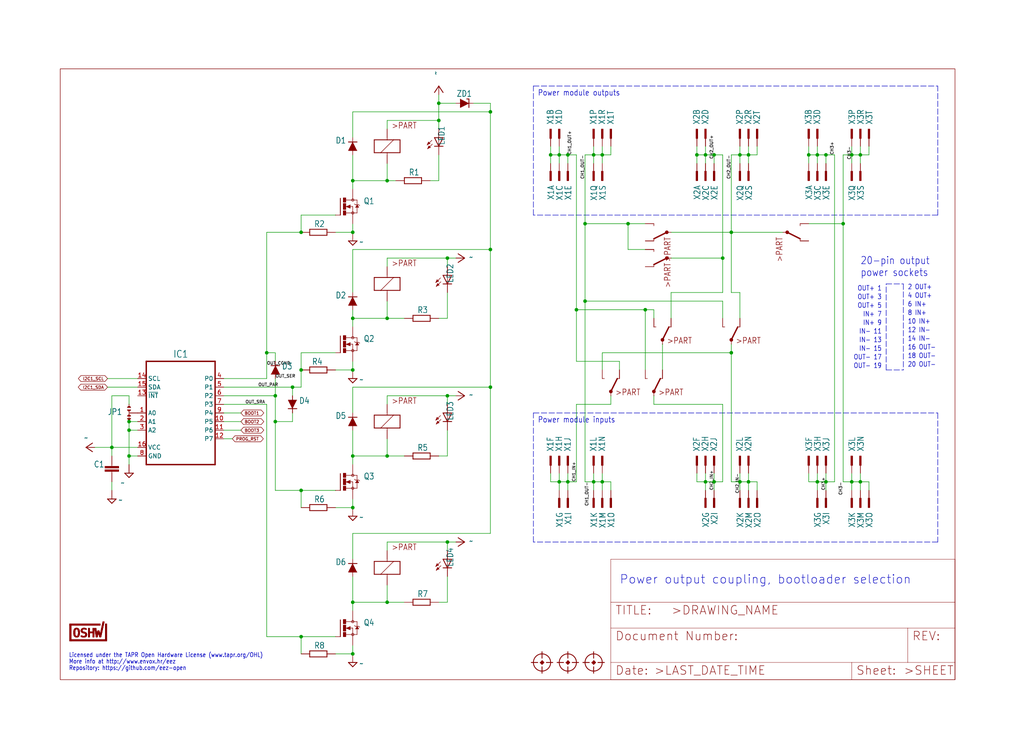
<source format=kicad_sch>
(kicad_sch (version 20211123) (generator eeschema)
  (paper "User" 302.311 221.386)
  (lib_symbols
    (symbol "EEZ_DIB_BP3C_r3B3-eagle-import:+3V3" (power)
      (property "Value" "+3V3" (at -2.54 -5.08 90))
      (symbol "+3V3_1_0"
        (pin power_in line (at 0 -2.54 90) (length 2.54) (name "+3V3") (number "1"))
      )
    )
    (symbol "EEZ_DIB_BP3C_r3B3-eagle-import:+5V" (power)
      (property "Value" "+5V" (at -2.54 -5.08 90))
      (symbol "+5V_1_0"
        (pin power_in line (at 0 -2.54 90) (length 2.54) (name "+5V") (number "1"))
      )
    )
    (symbol "EEZ_DIB_BP3C_r3B3-eagle-import:2N7002"
      (property "Reference" "Q" (at 6.35 2.54 0))
      (property "Value" "2N7002" (at 6.35 0 0))
      (symbol "2N7002_1_0"
        (pin passive line (at -2.54 -2.54 0) (length 0) (name "G") (number "1"))
        (pin passive line (at 2.54 -5.08 90) (length 2.54) (name "S") (number "2"))
        (pin passive line (at 2.54 5.08 270) (length 2.54) (name "D") (number "3"))
      )
    )
    (symbol "EEZ_DIB_BP3C_r3B3-eagle-import:C-EUC0603"
      (property "Reference" "C" (at 1.524 0.381 0))
      (property "Value" "C-EUC0603" (at 1.524 -4.699 0))
      (symbol "C-EUC0603_1_0"
        (pin passive line (at 0 2.54 270) (length 2.54) (name "1") (number "1"))
        (pin passive line (at 0 -5.08 90) (length 2.54) (name "2") (number "2"))
      )
    )
    (symbol "EEZ_DIB_BP3C_r3B3-eagle-import:DINA4_L"
      (symbol "DINA4_L_2_0"
        (text ">DRAWING_NAME" (at 17.78 19.05 0) (effects (font (size 2.54 2.54)) (justify left bottom)))
        (text ">LAST_DATE_TIME" (at 12.7 1.27 0) (effects (font (size 2.54 2.54)) (justify left bottom)))
        (text ">SHEET" (at 86.36 1.27 0) (effects (font (size 2.54 2.54)) (justify left bottom)))
        (text "Date:" (at 1.27 1.27 0) (effects (font (size 2.54 2.54)) (justify left bottom)))
        (text "Document Number:" (at 1.27 11.43 0) (effects (font (size 2.54 2.54)) (justify left bottom)))
        (text "REV:" (at 88.9 11.43 0) (effects (font (size 2.54 2.54)) (justify left bottom)))
        (text "Sheet:" (at 72.39 1.27 0) (effects (font (size 2.54 2.54)) (justify left bottom)))
        (text "TITLE:" (at 1.27 19.05 0) (effects (font (size 2.54 2.54)) (justify left bottom)))
      )
    )
    (symbol "EEZ_DIB_BP3C_r3B3-eagle-import:DIODESOD323R"
      (property "Reference" "D" (at 2.54 0.4826 0))
      (property "Value" "DIODESOD323R" (at 2.54 -2.3114 0))
      (symbol "DIODESOD323R_1_0"
        (pin passive line (at -2.54 0 0) (length 2.54) (name "A") (number "A"))
        (pin passive line (at 2.54 0 180) (length 2.54) (name "C") (number "C"))
      )
    )
    (symbol "EEZ_DIB_BP3C_r3B3-eagle-import:DS1021-210SF11"
      (property "Reference" "X" (at -6.35 0.889 0))
      (symbol "DS1021-210SF11_1_0"
        (pin passive line (at 0 0 180) (length 2.54) (name "1") (number "1"))
      )
      (symbol "DS1021-210SF11_2_0"
        (pin passive line (at 0 0 180) (length 2.54) (name "1") (number "2"))
      )
      (symbol "DS1021-210SF11_3_0"
        (pin passive line (at 0 0 180) (length 2.54) (name "1") (number "3"))
      )
      (symbol "DS1021-210SF11_4_0"
        (pin passive line (at 0 0 180) (length 2.54) (name "1") (number "4"))
      )
      (symbol "DS1021-210SF11_5_0"
        (pin passive line (at 0 0 180) (length 2.54) (name "1") (number "5"))
      )
      (symbol "DS1021-210SF11_6_0"
        (pin passive line (at 0 0 180) (length 2.54) (name "1") (number "6"))
      )
      (symbol "DS1021-210SF11_7_0"
        (pin passive line (at 0 0 180) (length 2.54) (name "1") (number "7"))
      )
      (symbol "DS1021-210SF11_8_0"
        (pin passive line (at 0 0 180) (length 2.54) (name "1") (number "8"))
      )
      (symbol "DS1021-210SF11_9_0"
        (pin passive line (at 0 0 180) (length 2.54) (name "1") (number "9"))
      )
      (symbol "DS1021-210SF11_10_0"
        (pin passive line (at 0 0 180) (length 2.54) (name "1") (number "10"))
      )
      (symbol "DS1021-210SF11_11_0"
        (pin passive line (at 0 0 180) (length 2.54) (name "1") (number "11"))
      )
      (symbol "DS1021-210SF11_12_0"
        (pin passive line (at 0 0 180) (length 2.54) (name "1") (number "12"))
      )
      (symbol "DS1021-210SF11_13_0"
        (pin passive line (at 0 0 180) (length 2.54) (name "1") (number "13"))
      )
      (symbol "DS1021-210SF11_14_0"
        (pin passive line (at 0 0 180) (length 2.54) (name "1") (number "14"))
      )
      (symbol "DS1021-210SF11_15_0"
        (pin passive line (at 0 0 180) (length 2.54) (name "1") (number "15"))
      )
      (symbol "DS1021-210SF11_16_0"
        (pin passive line (at 0 0 180) (length 2.54) (name "1") (number "16"))
      )
      (symbol "DS1021-210SF11_17_0"
        (pin passive line (at 0 0 180) (length 2.54) (name "1") (number "17"))
      )
      (symbol "DS1021-210SF11_18_0"
        (pin passive line (at 0 0 180) (length 2.54) (name "1") (number "18"))
      )
      (symbol "DS1021-210SF11_19_0"
        (pin passive line (at 0 0 180) (length 2.54) (name "1") (number "19"))
      )
      (symbol "DS1021-210SF11_20_0"
        (pin passive line (at 0 0 180) (length 2.54) (name "1") (number "20"))
      )
    )
    (symbol "EEZ_DIB_BP3C_r3B3-eagle-import:FIDUCIAL")
    (symbol "EEZ_DIB_BP3C_r3B3-eagle-import:GND" (power)
      (property "Value" "GND" (at -1.905 -3.175 0))
      (symbol "GND_1_0"
        (pin power_in line (at 0 2.54 270) (length 2.54) (name "GND") (number "1"))
      )
    )
    (symbol "EEZ_DIB_BP3C_r3B3-eagle-import:JP3-CUT"
      (property "Reference" "JP" (at -3.81 3.175 0))
      (symbol "JP3-CUT_1_0"
        (pin passive line (at 2.54 0 180) (length 2.54) (name "COM") (number "COM"))
        (pin passive line (at 0 -2.54 180) (length 0) (name "NC") (number "NC"))
        (pin passive line (at 0 2.54 180) (length 0) (name "NO") (number "NO"))
      )
    )
    (symbol "EEZ_DIB_BP3C_r3B3-eagle-import:LED0805"
      (property "Reference" "LED" (at 3.556 -2.032 90))
      (property "Value" "LED0805" (at 5.715 -2.032 90))
      (symbol "LED0805_1_0"
        (pin passive line (at 0 5.08 270) (length 2.54) (name "A") (number "A"))
        (pin passive line (at 0 -2.54 90) (length 2.54) (name "C") (number "C"))
      )
    )
    (symbol "EEZ_DIB_BP3C_r3B3-eagle-import:OSHWA-CERT-SMALL"
      (property "Value" "OSHWA-CERT-SMALL" (at -4.699 -2.54 0))
    )
    (symbol "EEZ_DIB_BP3C_r3B3-eagle-import:R-EU_R0805"
      (property "Reference" "R" (at -3.81 1.4986 0))
      (property "Value" "R-EU_R0805" (at -3.81 -3.302 0))
      (symbol "R-EU_R0805_1_0"
        (pin passive line (at -5.08 0 0) (length 2.54) (name "1") (number "1"))
        (pin passive line (at 5.08 0 180) (length 2.54) (name "2") (number "2"))
      )
    )
    (symbol "EEZ_DIB_BP3C_r3B3-eagle-import:RELAY_RT314012-2"
      (symbol "RELAY_RT314012-2_1_0"
        (text ">PART" (at 1.27 5.08 0) (effects (font (size 1.778 1.5113)) (justify left bottom)))
        (pin passive line (at 0 -5.08 90) (length 2.54) (name "C2") (number "A1"))
        (pin passive line (at 0 5.08 270) (length 2.54) (name "C1") (number "A2"))
      )
      (symbol "RELAY_RT314012-2_2_0"
        (text ">PART" (at 1.27 0 0) (effects (font (size 1.778 1.5113)) (justify left bottom)))
        (pin passive line (at 0 0 90) (length 0) (name "P") (number "11A"))
        (pin passive line (at 2.54 7.62 270) (length 2.54) (name "S") (number "12A"))
        (pin passive line (at -2.54 7.62 270) (length 2.54) (name "O") (number "14A"))
      )
      (symbol "RELAY_RT314012-2_3_0"
        (text ">PART" (at 1.27 0 0) (effects (font (size 1.778 1.5113)) (justify left bottom)))
        (pin passive line (at 0 0 90) (length 0) (name "P") (number "11B"))
        (pin passive line (at 2.54 7.62 270) (length 2.54) (name "S") (number "12B"))
        (pin passive line (at -2.54 7.62 270) (length 2.54) (name "O") (number "14B"))
      )
    )
    (symbol "EEZ_DIB_BP3C_r3B3-eagle-import:TCA9534PWR"
      (property "Reference" "IC" (at -5.461 16.256 0))
      (property "Value" "TCA9534PWR" (at -7.5438 -18.4404 0))
      (symbol "TCA9534PWR_1_0"
        (pin input line (at -12.7 0 0) (length 2.54) (name "A0") (number "1"))
        (pin bidirectional line (at 12.7 -2.54 180) (length 2.54) (name "P5") (number "10"))
        (pin bidirectional line (at 12.7 -5.08 180) (length 2.54) (name "P6") (number "11"))
        (pin bidirectional line (at 12.7 -7.62 180) (length 2.54) (name "P7") (number "12"))
        (pin output line (at -12.7 5.08 0) (length 2.54) (name "~{INT}") (number "13"))
        (pin input line (at -12.7 10.16 0) (length 2.54) (name "SCL") (number "14"))
        (pin bidirectional line (at -12.7 7.62 0) (length 2.54) (name "SDA") (number "15"))
        (pin passive line (at -12.7 -10.16 0) (length 2.54) (name "VCC") (number "16"))
        (pin input line (at -12.7 -2.54 0) (length 2.54) (name "A1") (number "2"))
        (pin input line (at -12.7 -5.08 0) (length 2.54) (name "A2") (number "3"))
        (pin bidirectional line (at 12.7 10.16 180) (length 2.54) (name "P0") (number "4"))
        (pin bidirectional line (at 12.7 7.62 180) (length 2.54) (name "P1") (number "5"))
        (pin bidirectional line (at 12.7 5.08 180) (length 2.54) (name "P2") (number "6"))
        (pin bidirectional line (at 12.7 2.54 180) (length 2.54) (name "P3") (number "7"))
        (pin passive line (at -12.7 -12.7 0) (length 2.54) (name "GND") (number "8"))
        (pin bidirectional line (at 12.7 0 180) (length 2.54) (name "P4") (number "9"))
      )
    )
    (symbol "EEZ_DIB_BP3C_r3B3-eagle-import:ZENER-DIODESOD323R"
      (property "Reference" "ZD" (at -1.778 1.905 0))
      (property "Value" "ZENER-DIODESOD323R" (at -1.778 -3.429 0))
      (symbol "ZENER-DIODESOD323R_1_0"
        (pin passive line (at -2.54 0 0) (length 2.54) (name "A") (number "A"))
        (pin passive line (at 2.54 0 180) (length 2.54) (name "C") (number "C"))
      )
    )
  )
  (junction (at 190.5 91.44))
  (junction (at 170.18 91.44))
  (junction (at 177.8 45.72))
  (junction (at 81.28 124.46))
  (junction (at 215.9 104.14))
  (junction (at 114.3 93.98))
  (junction (at 38.1 124.46))
  (junction (at 104.14 134.62))
  (junction (at 104.14 53.34))
  (junction (at 254 45.72))
  (junction (at 78.74 104.14))
  (junction (at 144.78 114.3))
  (junction (at 167.64 45.72))
  (junction (at 129.54 35.56))
  (junction (at 254 142.24))
  (junction (at 172.72 66.04))
  (junction (at 251.46 142.24))
  (junction (at 241.3 45.72))
  (junction (at 88.9 68.58))
  (junction (at 33.02 132.08))
  (junction (at 208.28 45.72))
  (junction (at 185.42 66.04))
  (junction (at 210.82 45.72))
  (junction (at 162.56 45.72))
  (junction (at 243.84 45.72))
  (junction (at 205.74 45.72))
  (junction (at 165.1 142.24))
  (junction (at 104.14 193.04))
  (junction (at 88.9 144.78))
  (junction (at 243.84 142.24))
  (junction (at 104.14 149.86))
  (junction (at 114.3 177.8))
  (junction (at 215.9 68.58))
  (junction (at 104.14 93.98))
  (junction (at 238.76 45.72))
  (junction (at 241.3 142.24))
  (junction (at 38.1 134.62))
  (junction (at 175.26 142.24))
  (junction (at 132.08 116.84))
  (junction (at 38.1 127))
  (junction (at 177.8 142.24))
  (junction (at 220.98 45.72))
  (junction (at 172.72 88.9))
  (junction (at 218.44 142.24))
  (junction (at 104.14 177.8))
  (junction (at 132.08 160.02))
  (junction (at 248.92 66.04))
  (junction (at 208.28 142.24))
  (junction (at 218.44 45.72))
  (junction (at 165.1 45.72))
  (junction (at 251.46 45.72))
  (junction (at 81.28 116.84))
  (junction (at 86.36 114.3))
  (junction (at 144.78 73.66))
  (junction (at 129.54 30.48))
  (junction (at 144.78 33.02))
  (junction (at 210.82 142.24))
  (junction (at 114.3 53.34))
  (junction (at 220.98 142.24))
  (junction (at 213.36 76.2))
  (junction (at 104.14 68.58))
  (junction (at 175.26 45.72))
  (junction (at 167.64 142.24))
  (junction (at 104.14 109.22))
  (junction (at 88.9 187.96))
  (junction (at 132.08 76.2))
  (junction (at 114.3 134.62))
  (junction (at 88.9 109.22))
  (wire (pts (xy 114.3 76.2) (xy 114.3 78.74)))
  (wire (pts (xy 129.54 35.56) (xy 129.54 38.1)))
  (wire (pts (xy 246.38 142.24) (xy 246.38 45.72)))
  (wire (pts (xy 167.64 45.72) (xy 170.18 45.72)))
  (wire (pts (xy 66.04 121.92) (xy 71.12 121.92)))
  (wire (pts (xy 177.8 142.24) (xy 177.8 139.7)))
  (wire (pts (xy 144.78 157.48) (xy 144.78 114.3)))
  (wire (pts (xy 66.04 129.54) (xy 68.58 129.54)))
  (wire (pts (xy 66.04 114.3) (xy 86.36 114.3)))
  (wire (pts (xy 251.46 142.24) (xy 254 142.24)))
  (wire (pts (xy 66.04 116.84) (xy 81.28 116.84)))
  (wire (pts (xy 182.88 109.22) (xy 182.88 106.68)))
  (wire (pts (xy 78.74 119.38) (xy 78.74 187.96)))
  (wire (pts (xy 190.5 91.44) (xy 190.5 109.22)))
  (wire (pts (xy 165.1 45.72) (xy 167.64 45.72)))
  (wire (pts (xy 190.5 66.04) (xy 185.42 66.04)))
  (wire (pts (xy 114.3 134.62) (xy 114.3 129.54)))
  (wire (pts (xy 170.18 45.72) (xy 170.18 91.44)))
  (wire (pts (xy 248.92 142.24) (xy 248.92 66.04)))
  (wire (pts (xy 33.02 142.24) (xy 33.02 144.78)))
  (wire (pts (xy 193.04 116.84) (xy 193.04 119.38)))
  (polyline (pts (xy 157.48 25.4) (xy 276.86 25.4)))
  (wire (pts (xy 86.36 124.46) (xy 81.28 124.46)))
  (wire (pts (xy 238.76 142.24) (xy 238.76 139.7)))
  (wire (pts (xy 177.8 104.14) (xy 215.9 104.14)))
  (wire (pts (xy 40.64 114.3) (xy 31.75 114.3)))
  (wire (pts (xy 172.72 88.9) (xy 172.72 142.24)))
  (polyline (pts (xy 261.62 83.82) (xy 266.7 83.82)))
  (wire (pts (xy 243.84 45.72) (xy 246.38 45.72)))
  (wire (pts (xy 175.26 139.7) (xy 175.26 142.24)))
  (wire (pts (xy 254 144.78) (xy 254 142.24)))
  (wire (pts (xy 170.18 119.38) (xy 180.34 119.38)))
  (wire (pts (xy 134.62 116.84) (xy 132.08 116.84)))
  (wire (pts (xy 248.92 142.24) (xy 251.46 142.24)))
  (wire (pts (xy 180.34 45.72) (xy 180.34 43.18)))
  (wire (pts (xy 254 45.72) (xy 251.46 45.72)))
  (wire (pts (xy 223.52 45.72) (xy 223.52 43.18)))
  (wire (pts (xy 132.08 177.8) (xy 132.08 170.18)))
  (wire (pts (xy 210.82 142.24) (xy 208.28 142.24)))
  (wire (pts (xy 162.56 142.24) (xy 162.56 139.7)))
  (wire (pts (xy 220.98 45.72) (xy 218.44 45.72)))
  (wire (pts (xy 104.14 157.48) (xy 144.78 157.48)))
  (wire (pts (xy 215.9 104.14) (xy 215.9 142.24)))
  (wire (pts (xy 241.3 142.24) (xy 243.84 142.24)))
  (wire (pts (xy 213.36 76.2) (xy 213.36 45.72)))
  (wire (pts (xy 208.28 45.72) (xy 205.74 45.72)))
  (wire (pts (xy 114.3 119.38) (xy 114.3 116.84)))
  (wire (pts (xy 220.98 142.24) (xy 223.52 142.24)))
  (wire (pts (xy 210.82 139.7) (xy 210.82 142.24)))
  (wire (pts (xy 165.1 144.78) (xy 165.1 142.24)))
  (wire (pts (xy 104.14 68.58) (xy 99.06 68.58)))
  (wire (pts (xy 241.3 142.24) (xy 238.76 142.24)))
  (wire (pts (xy 167.64 144.78) (xy 167.64 142.24)))
  (wire (pts (xy 104.14 114.3) (xy 144.78 114.3)))
  (wire (pts (xy 172.72 88.9) (xy 172.72 66.04)))
  (wire (pts (xy 104.14 33.02) (xy 144.78 33.02)))
  (wire (pts (xy 78.74 68.58) (xy 88.9 68.58)))
  (wire (pts (xy 205.74 43.18) (xy 205.74 45.72)))
  (wire (pts (xy 88.9 144.78) (xy 81.28 144.78)))
  (wire (pts (xy 256.54 45.72) (xy 254 45.72)))
  (wire (pts (xy 175.26 142.24) (xy 172.72 142.24)))
  (wire (pts (xy 162.56 45.72) (xy 165.1 45.72)))
  (wire (pts (xy 114.3 35.56) (xy 114.3 38.1)))
  (wire (pts (xy 241.3 144.78) (xy 241.3 142.24)))
  (wire (pts (xy 210.82 144.78) (xy 210.82 142.24)))
  (polyline (pts (xy 261.62 109.22) (xy 261.62 83.82)))
  (wire (pts (xy 104.14 93.98) (xy 104.14 91.44)))
  (wire (pts (xy 193.04 91.44) (xy 190.5 91.44)))
  (wire (pts (xy 104.14 134.62) (xy 104.14 127)))
  (wire (pts (xy 167.64 48.26) (xy 167.64 45.72)))
  (wire (pts (xy 132.08 116.84) (xy 132.08 119.38)))
  (wire (pts (xy 81.28 124.46) (xy 81.28 144.78)))
  (polyline (pts (xy 276.86 121.92) (xy 276.86 160.02)))
  (wire (pts (xy 40.64 134.62) (xy 38.1 134.62)))
  (wire (pts (xy 104.14 55.88) (xy 104.14 53.34)))
  (wire (pts (xy 254 139.7) (xy 254 142.24)))
  (wire (pts (xy 78.74 111.76) (xy 78.74 104.14)))
  (wire (pts (xy 193.04 119.38) (xy 213.36 119.38)))
  (wire (pts (xy 170.18 142.24) (xy 170.18 119.38)))
  (wire (pts (xy 205.74 45.72) (xy 205.74 48.26)))
  (wire (pts (xy 208.28 142.24) (xy 205.74 142.24)))
  (polyline (pts (xy 157.48 121.92) (xy 276.86 121.92)))
  (wire (pts (xy 33.02 116.84) (xy 33.02 132.08)))
  (wire (pts (xy 256.54 43.18) (xy 256.54 45.72)))
  (wire (pts (xy 88.9 109.22) (xy 88.9 114.3)))
  (wire (pts (xy 144.78 114.3) (xy 144.78 73.66)))
  (wire (pts (xy 78.74 104.14) (xy 81.28 104.14)))
  (wire (pts (xy 190.5 73.66) (xy 185.42 73.66)))
  (wire (pts (xy 114.3 35.56) (xy 129.54 35.56)))
  (wire (pts (xy 248.92 66.04) (xy 248.92 45.72)))
  (wire (pts (xy 177.8 48.26) (xy 177.8 45.72)))
  (wire (pts (xy 251.46 45.72) (xy 248.92 45.72)))
  (wire (pts (xy 195.58 109.22) (xy 195.58 101.6)))
  (wire (pts (xy 243.84 139.7) (xy 243.84 142.24)))
  (wire (pts (xy 241.3 139.7) (xy 241.3 142.24)))
  (wire (pts (xy 175.26 45.72) (xy 177.8 45.72)))
  (wire (pts (xy 86.36 114.3) (xy 88.9 114.3)))
  (wire (pts (xy 213.36 86.36) (xy 213.36 76.2)))
  (wire (pts (xy 220.98 144.78) (xy 220.98 142.24)))
  (wire (pts (xy 129.54 30.48) (xy 129.54 35.56)))
  (wire (pts (xy 88.9 149.86) (xy 88.9 144.78)))
  (wire (pts (xy 114.3 93.98) (xy 104.14 93.98)))
  (wire (pts (xy 78.74 104.14) (xy 78.74 68.58)))
  (wire (pts (xy 114.3 116.84) (xy 132.08 116.84)))
  (wire (pts (xy 38.1 124.46) (xy 38.1 127)))
  (wire (pts (xy 208.28 144.78) (xy 208.28 142.24)))
  (wire (pts (xy 177.8 109.22) (xy 177.8 104.14)))
  (wire (pts (xy 215.9 104.14) (xy 215.9 101.6)))
  (wire (pts (xy 243.84 45.72) (xy 241.3 45.72)))
  (wire (pts (xy 104.14 96.52) (xy 104.14 93.98)))
  (wire (pts (xy 114.3 53.34) (xy 104.14 53.34)))
  (wire (pts (xy 86.36 121.92) (xy 86.36 124.46)))
  (wire (pts (xy 167.64 142.24) (xy 170.18 142.24)))
  (wire (pts (xy 177.8 142.24) (xy 175.26 142.24)))
  (wire (pts (xy 208.28 139.7) (xy 208.28 142.24)))
  (wire (pts (xy 182.88 106.68) (xy 170.18 106.68)))
  (wire (pts (xy 104.14 40.64) (xy 104.14 33.02)))
  (wire (pts (xy 218.44 142.24) (xy 220.98 142.24)))
  (wire (pts (xy 218.44 139.7) (xy 218.44 142.24)))
  (wire (pts (xy 208.28 45.72) (xy 210.82 45.72)))
  (wire (pts (xy 198.12 86.36) (xy 213.36 86.36)))
  (wire (pts (xy 185.42 73.66) (xy 185.42 66.04)))
  (wire (pts (xy 40.64 132.08) (xy 33.02 132.08)))
  (polyline (pts (xy 276.86 63.5) (xy 157.48 63.5)))
  (wire (pts (xy 114.3 53.34) (xy 116.84 53.34)))
  (wire (pts (xy 104.14 66.04) (xy 104.14 68.58)))
  (polyline (pts (xy 276.86 160.02) (xy 157.48 160.02)))
  (wire (pts (xy 165.1 142.24) (xy 167.64 142.24)))
  (wire (pts (xy 132.08 134.62) (xy 132.08 127)))
  (wire (pts (xy 99.06 104.14) (xy 88.9 104.14)))
  (wire (pts (xy 218.44 86.36) (xy 215.9 86.36)))
  (wire (pts (xy 238.76 66.04) (xy 248.92 66.04)))
  (wire (pts (xy 254 45.72) (xy 254 43.18)))
  (wire (pts (xy 88.9 187.96) (xy 88.9 193.04)))
  (wire (pts (xy 33.02 134.62) (xy 33.02 132.08)))
  (wire (pts (xy 241.3 45.72) (xy 238.76 45.72)))
  (wire (pts (xy 38.1 134.62) (xy 38.1 137.16)))
  (wire (pts (xy 175.26 144.78) (xy 175.26 142.24)))
  (wire (pts (xy 218.44 142.24) (xy 215.9 142.24)))
  (wire (pts (xy 127 53.34) (xy 129.54 53.34)))
  (wire (pts (xy 238.76 48.26) (xy 238.76 45.72)))
  (wire (pts (xy 104.14 53.34) (xy 104.14 45.72)))
  (wire (pts (xy 99.06 144.78) (xy 88.9 144.78)))
  (wire (pts (xy 129.54 134.62) (xy 132.08 134.62)))
  (wire (pts (xy 223.52 45.72) (xy 220.98 45.72)))
  (wire (pts (xy 251.46 45.72) (xy 251.46 48.26)))
  (wire (pts (xy 205.74 142.24) (xy 205.74 139.7)))
  (wire (pts (xy 238.76 45.72) (xy 238.76 43.18)))
  (wire (pts (xy 66.04 127) (xy 71.12 127)))
  (wire (pts (xy 208.28 45.72) (xy 208.28 48.26)))
  (wire (pts (xy 241.3 43.18) (xy 241.3 45.72)))
  (wire (pts (xy 66.04 119.38) (xy 78.74 119.38)))
  (wire (pts (xy 114.3 48.26) (xy 114.3 53.34)))
  (wire (pts (xy 218.44 48.26) (xy 218.44 45.72)))
  (wire (pts (xy 177.8 45.72) (xy 177.8 43.18)))
  (wire (pts (xy 218.44 93.98) (xy 218.44 86.36)))
  (wire (pts (xy 180.34 119.38) (xy 180.34 116.84)))
  (wire (pts (xy 104.14 73.66) (xy 144.78 73.66)))
  (wire (pts (xy 213.36 142.24) (xy 213.36 119.38)))
  (wire (pts (xy 38.1 127) (xy 38.1 134.62)))
  (wire (pts (xy 177.8 144.78) (xy 177.8 142.24)))
  (wire (pts (xy 38.1 119.38) (xy 38.1 116.84)))
  (wire (pts (xy 114.3 160.02) (xy 132.08 160.02)))
  (wire (pts (xy 114.3 172.72) (xy 114.3 177.8)))
  (wire (pts (xy 210.82 45.72) (xy 213.36 45.72)))
  (wire (pts (xy 215.9 68.58) (xy 215.9 45.72)))
  (wire (pts (xy 132.08 76.2) (xy 132.08 78.74)))
  (wire (pts (xy 38.1 116.84) (xy 33.02 116.84)))
  (wire (pts (xy 162.56 142.24) (xy 165.1 142.24)))
  (wire (pts (xy 241.3 48.26) (xy 241.3 45.72)))
  (wire (pts (xy 104.14 86.36) (xy 104.14 73.66)))
  (wire (pts (xy 81.28 104.14) (xy 81.28 106.68)))
  (wire (pts (xy 215.9 86.36) (xy 215.9 68.58)))
  (wire (pts (xy 114.3 93.98) (xy 119.38 93.98)))
  (wire (pts (xy 198.12 93.98) (xy 198.12 86.36)))
  (wire (pts (xy 165.1 142.24) (xy 165.1 139.7)))
  (wire (pts (xy 81.28 116.84) (xy 81.28 124.46)))
  (polyline (pts (xy 261.62 109.22) (xy 266.7 109.22)))
  (wire (pts (xy 40.64 127) (xy 38.1 127)))
  (wire (pts (xy 134.62 160.02) (xy 132.08 160.02)))
  (wire (pts (xy 243.84 142.24) (xy 246.38 142.24)))
  (wire (pts (xy 254 45.72) (xy 254 48.26)))
  (wire (pts (xy 218.44 45.72) (xy 215.9 45.72)))
  (polyline (pts (xy 266.7 83.82) (xy 266.7 109.22)))
  (wire (pts (xy 175.26 43.18) (xy 175.26 45.72)))
  (wire (pts (xy 104.14 180.34) (xy 104.14 177.8)))
  (wire (pts (xy 220.98 139.7) (xy 220.98 142.24)))
  (wire (pts (xy 251.46 139.7) (xy 251.46 142.24)))
  (wire (pts (xy 129.54 27.94) (xy 129.54 30.48)))
  (wire (pts (xy 167.64 142.24) (xy 167.64 139.7)))
  (wire (pts (xy 177.8 45.72) (xy 180.34 45.72)))
  (wire (pts (xy 88.9 109.22) (xy 88.9 104.14)))
  (wire (pts (xy 104.14 121.92) (xy 104.14 114.3)))
  (wire (pts (xy 129.54 93.98) (xy 132.08 93.98)))
  (wire (pts (xy 81.28 116.84) (xy 81.28 111.76)))
  (wire (pts (xy 172.72 45.72) (xy 175.26 45.72)))
  (wire (pts (xy 88.9 187.96) (xy 78.74 187.96)))
  (wire (pts (xy 144.78 30.48) (xy 144.78 33.02)))
  (wire (pts (xy 180.34 142.24) (xy 180.34 144.78)))
  (wire (pts (xy 215.9 68.58) (xy 198.12 68.58)))
  (wire (pts (xy 180.34 142.24) (xy 177.8 142.24)))
  (wire (pts (xy 198.12 76.2) (xy 213.36 76.2)))
  (wire (pts (xy 165.1 43.18) (xy 165.1 45.72)))
  (wire (pts (xy 213.36 88.9) (xy 172.72 88.9)))
  (polyline (pts (xy 157.48 160.02) (xy 157.48 121.92)))
  (wire (pts (xy 193.04 93.98) (xy 193.04 91.44)))
  (wire (pts (xy 162.56 45.72) (xy 162.56 43.18)))
  (wire (pts (xy 129.54 177.8) (xy 132.08 177.8)))
  (wire (pts (xy 114.3 134.62) (xy 104.14 134.62)))
  (wire (pts (xy 104.14 149.86) (xy 104.14 147.32)))
  (wire (pts (xy 114.3 76.2) (xy 132.08 76.2)))
  (wire (pts (xy 251.46 43.18) (xy 251.46 45.72)))
  (wire (pts (xy 134.62 30.48) (xy 129.54 30.48)))
  (wire (pts (xy 254 142.24) (xy 256.54 142.24)))
  (wire (pts (xy 99.06 187.96) (xy 88.9 187.96)))
  (wire (pts (xy 104.14 190.5) (xy 104.14 193.04)))
  (wire (pts (xy 99.06 63.5) (xy 88.9 63.5)))
  (wire (pts (xy 114.3 160.02) (xy 114.3 162.56)))
  (polyline (pts (xy 276.86 63.5) (xy 276.86 25.4)))
  (wire (pts (xy 208.28 43.18) (xy 208.28 45.72)))
  (wire (pts (xy 220.98 45.72) (xy 220.98 43.18)))
  (wire (pts (xy 104.14 149.86) (xy 99.06 149.86)))
  (wire (pts (xy 114.3 88.9) (xy 114.3 93.98)))
  (wire (pts (xy 132.08 93.98) (xy 132.08 86.36)))
  (wire (pts (xy 220.98 48.26) (xy 220.98 45.72)))
  (wire (pts (xy 104.14 109.22) (xy 99.06 109.22)))
  (wire (pts (xy 162.56 48.26) (xy 162.56 45.72)))
  (wire (pts (xy 40.64 124.46) (xy 38.1 124.46)))
  (wire (pts (xy 134.62 76.2) (xy 132.08 76.2)))
  (wire (pts (xy 66.04 111.76) (xy 78.74 111.76)))
  (wire (pts (xy 144.78 73.66) (xy 144.78 33.02)))
  (wire (pts (xy 119.38 134.62) (xy 114.3 134.62)))
  (wire (pts (xy 132.08 160.02) (xy 132.08 162.56)))
  (wire (pts (xy 104.14 165.1) (xy 104.14 157.48)))
  (wire (pts (xy 243.84 142.24) (xy 243.84 144.78)))
  (wire (pts (xy 33.02 132.08) (xy 27.94 132.08)))
  (wire (pts (xy 256.54 142.24) (xy 256.54 144.78)))
  (wire (pts (xy 40.64 111.76) (xy 31.75 111.76)))
  (wire (pts (xy 66.04 124.46) (xy 71.12 124.46)))
  (wire (pts (xy 104.14 137.16) (xy 104.14 134.62)))
  (wire (pts (xy 218.44 142.24) (xy 218.44 144.78)))
  (wire (pts (xy 165.1 45.72) (xy 165.1 48.26)))
  (wire (pts (xy 114.3 177.8) (xy 119.38 177.8)))
  (wire (pts (xy 170.18 106.68) (xy 170.18 91.44)))
  (wire (pts (xy 213.36 93.98) (xy 213.36 88.9)))
  (wire (pts (xy 175.26 48.26) (xy 175.26 45.72)))
  (wire (pts (xy 104.14 106.68) (xy 104.14 109.22)))
  (wire (pts (xy 251.46 144.78) (xy 251.46 142.24)))
  (wire (pts (xy 215.9 68.58) (xy 231.14 68.58)))
  (wire (pts (xy 218.44 45.72) (xy 218.44 43.18)))
  (wire (pts (xy 114.3 177.8) (xy 104.14 177.8)))
  (wire (pts (xy 104.14 177.8) (xy 104.14 170.18)))
  (wire (pts (xy 88.9 68.58) (xy 88.9 63.5)))
  (wire (pts (xy 129.54 53.34) (xy 129.54 45.72)))
  (wire (pts (xy 99.06 193.04) (xy 104.14 193.04)))
  (wire (pts (xy 172.72 66.04) (xy 172.72 45.72)))
  (wire (pts (xy 190.5 91.44) (xy 170.18 91.44)))
  (polyline (pts (xy 157.48 63.5) (xy 157.48 25.4)))
  (wire (pts (xy 243.84 48.26) (xy 243.84 45.72)))
  (wire (pts (xy 223.52 142.24) (xy 223.52 144.78)))
  (wire (pts (xy 210.82 45.72) (xy 210.82 48.26)))
  (wire (pts (xy 185.42 66.04) (xy 172.72 66.04)))
  (wire (pts (xy 86.36 116.84) (xy 86.36 114.3)))
  (wire (pts (xy 139.7 30.48) (xy 144.78 30.48)))
  (wire (pts (xy 210.82 142.24) (xy 213.36 142.24)))
  (text "18 OUT-" (at 267.97 106.045 180) (effects (font (size 1.4224 1.209)) (justify left bottom)))
  (text "Power module inputs" (at 158.75 125.095 180) (effects (font (size 1.6764 1.4249)) (justify left bottom)))
  (text "Repository: https://github.com/eez-open" (at 20.32 198.12 180) (effects (font (size 1.27 1.0795)) (justify left bottom)))
  (text "4 OUT+" (at 267.97 88.265 180) (effects (font (size 1.4224 1.209)) (justify left bottom)))
  (text "20 OUT-" (at 267.97 108.585 180) (effects (font (size 1.4224 1.209)) (justify left bottom)))
  (text "20-pin output\npower sockets" (at 254 81.915 180) (effects (font (size 2.1844 1.8567)) (justify left bottom)))
  (text "OUT- 19" (at 260.35 107.315 180) (effects (font (size 1.4224 1.209)) (justify right top)))
  (text "OUT+ 1" (at 260.35 84.455 180) (effects (font (size 1.4224 1.209)) (justify right top)))
  (text "OUT+ 5" (at 260.35 89.535 180) (effects (font (size 1.4224 1.209)) (justify right top)))
  (text "Power output coupling, bootloader selection" (at 182.88 172.72 180) (effects (font (size 2.54 2.54)) (justify left bottom)))
  (text "OUT+ 3" (at 260.35 86.995 180) (effects (font (size 1.4224 1.209)) (justify right top)))
  (text "16 OUT-" (at 267.97 103.505 180) (effects (font (size 1.4224 1.209)) (justify left bottom)))
  (text "Licensed under the TAPR Open Hardware License (www.tapr.org/OHL)" (at 20.32 194.31 180) (effects (font (size 1.27 1.0795)) (justify left bottom)))
  (text "IN- 13" (at 260.35 99.695 180) (effects (font (size 1.4224 1.209)) (justify right top)))
  (text "8 IN+" (at 267.97 93.345 180) (effects (font (size 1.4224 1.209)) (justify left bottom)))
  (text "2 OUT+" (at 267.97 85.725 180) (effects (font (size 1.4224 1.209)) (justify left bottom)))
  (text "12 IN-" (at 267.97 98.425 180) (effects (font (size 1.4224 1.209)) (justify left bottom)))
  (text "OUT- 17" (at 260.35 104.775 180) (effects (font (size 1.4224 1.209)) (justify right top)))
  (text "6 IN+" (at 267.97 90.805 180) (effects (font (size 1.4224 1.209)) (justify left bottom)))
  (text "10 IN+" (at 267.97 95.885 180) (effects (font (size 1.4224 1.209)) (justify left bottom)))
  (text "More info at http://www.envox.hr/eez" (at 20.32 196.215 180) (effects (font (size 1.27 1.0795)) (justify left bottom)))
  (text "Power module outputs" (at 158.75 28.575 180) (effects (font (size 1.6764 1.4249)) (justify left bottom)))
  (text "IN- 11" (at 260.35 97.155 180) (effects (font (size 1.4224 1.209)) (justify right top)))
  (text "IN+ 7" (at 260.35 92.075 180) (effects (font (size 1.4224 1.209)) (justify right top)))
  (text "IN- 15" (at 260.35 102.235 180) (effects (font (size 1.4224 1.209)) (justify right top)))
  (text "14 IN-" (at 267.97 100.965 180) (effects (font (size 1.4224 1.209)) (justify left bottom)))
  (text "IN+ 9" (at 260.35 94.615 180) (effects (font (size 1.4224 1.209)) (justify right top)))
  (label "OUT_CGND" (at 78.74 107.95 0) (effects (font (size 0.889 0.889))))
  (label "OUT_SRA" (at 72.39 119.38 0) (effects (font (size 0.889 0.889))))
  (label "CH2_OUT+" (at 210.82 46.99 90) (effects (font (size 0.889 0.889))))
  (label "CH1_IN+" (at 170.18 142.24 90) (effects (font (size 0.889 0.889))))
  (label "CH1_OUT+" (at 168.91 45.72 90) (effects (font (size 0.889 0.889))))
  (label "CH1_OUT-" (at 172.72 45.72 270) (effects (font (size 0.889 0.889))))
  (label "CH3+" (at 246.38 45.72 90) (effects (font (size 0.889 0.889))))
  (label "CH2_IN-" (at 218.44 139.7 270) (effects (font (size 0.889 0.889))))
  (label "OUT_SER" (at 81.28 111.76 0) (effects (font (size 0.889 0.889))))
  (label "OUT_PAR" (at 76.2 114.3 0) (effects (font (size 0.889 0.889))))
  (label "CH2_IN+" (at 210.82 144.78 90) (effects (font (size 0.889 0.889))))
  (label "CH3-" (at 248.92 142.24 270) (effects (font (size 0.889 0.889))))
  (label "CH2_OUT-" (at 215.9 45.72 270) (effects (font (size 0.889 0.889))))
  (label "CH1_OUT-" (at 173.99 142.24 270) (effects (font (size 0.889 0.889))))
  (label "CH3+" (at 243.84 144.78 90) (effects (font (size 0.889 0.889))))
  (label "CH3-" (at 251.46 43.18 270) (effects (font (size 0.889 0.889))))
  (global_label "BOOT2" (shape bidirectional) (at 71.12 124.46 0) (effects (font (size 0.889 0.889))) (property "Intersheet References" "${INTERSHEET_REFS}" (effects hide)))
  (global_label "I2C1_SDA" (shape bidirectional) (at 31.75 114.3 180) (effects (font (size 0.889 0.889))) (property "Intersheet References" "${INTERSHEET_REFS}" (effects hide)))
  (global_label "I2C1_SCL" (shape bidirectional) (at 31.75 111.76 180) (effects (font (size 0.889 0.889))) (property "Intersheet References" "${INTERSHEET_REFS}" (effects hide)))
  (global_label "BOOT3" (shape bidirectional) (at 71.12 127 0) (effects (font (size 0.889 0.889))) (property "Intersheet References" "${INTERSHEET_REFS}" (effects hide)))
  (global_label "PROG_RST" (shape bidirectional) (at 68.58 129.54 0) (effects (font (size 0.889 0.889))) (property "Intersheet References" "${INTERSHEET_REFS}" (effects hide)))
  (global_label "BOOT1" (shape bidirectional) (at 71.12 121.92 0) (effects (font (size 0.889 0.889))) (property "Intersheet References" "${INTERSHEET_REFS}" (effects hide)))
  (symbol (lib_id "EEZ_DIB_BP3C_r3B3-eagle-import:2N7002") (at 101.6 101.6 0) (unit 1)
    (property "Reference" "Q2" (at 107.315 100.965 0) (effects (font (size 1.778 1.5113)) (justify left bottom)))
  )
  (symbol (lib_id "EEZ_DIB_BP3C_r3B3-eagle-import:DS1021-210SF11") (at 162.56 43.18 270) (unit 2)
    (property "Reference" "X1" (at 163.449 36.83 0) (effects (font (size 1.778 1.5113)) (justify right top)))
  )
  (symbol (lib_id "EEZ_DIB_BP3C_r3B3-eagle-import:DS1021-210SF11") (at 220.98 144.78 90) (unit 13)
    (property "Reference" "X2" (at 220.091 151.13 0) (effects (font (size 1.778 1.5113)) (justify right top)))
  )
  (symbol (lib_id "EEZ_DIB_BP3C_r3B3-eagle-import:DS1021-210SF11") (at 256.54 144.78 90) (unit 15)
    (property "Reference" "X3" (at 255.651 151.13 0) (effects (font (size 1.778 1.5113)) (justify right top)))
  )
  (symbol (lib_id "EEZ_DIB_BP3C_r3B3-eagle-import:DS1021-210SF11") (at 243.84 48.26 90) (unit 5)
    (property "Reference" "X3" (at 242.951 54.61 0) (effects (font (size 1.778 1.5113)) (justify right top)))
  )
  (symbol (lib_id "EEZ_DIB_BP3C_r3B3-eagle-import:2N7002") (at 101.6 142.24 0) (unit 1)
    (property "Reference" "Q3" (at 107.315 141.605 0) (effects (font (size 1.778 1.5113)) (justify left bottom)))
  )
  (symbol (lib_id "EEZ_DIB_BP3C_r3B3-eagle-import:R-EU_R0805") (at 124.46 177.8 180) (unit 1)
    (property "Reference" "R7" (at 123.19 176.3014 0) (effects (font (size 1.778 1.5113)) (justify right top)))
  )
  (symbol (lib_id "EEZ_DIB_BP3C_r3B3-eagle-import:R-EU_R0805") (at 93.98 193.04 180) (unit 1)
    (property "Reference" "R8" (at 92.71 191.5414 0) (effects (font (size 1.778 1.5113)) (justify right top)))
  )
  (symbol (lib_id "EEZ_DIB_BP3C_r3B3-eagle-import:2N7002") (at 101.6 185.42 0) (unit 1)
    (property "Reference" "Q4" (at 107.315 184.785 0) (effects (font (size 1.778 1.5113)) (justify left bottom)))
  )
  (symbol (lib_id "EEZ_DIB_BP3C_r3B3-eagle-import:+5V") (at 137.16 116.84 270) (unit 1)
    (property "Reference" "#P+11" (effects hide))
  )
  (symbol (lib_id "EEZ_DIB_BP3C_r3B3-eagle-import:DS1021-210SF11") (at 241.3 144.78 90) (unit 7)
    (property "Reference" "X3" (at 240.411 151.13 0) (effects (font (size 1.778 1.5113)) (justify right top)))
  )
  (symbol (lib_id "EEZ_DIB_BP3C_r3B3-eagle-import:+3V3") (at 25.4 132.08 90) (unit 1)
    (property "Reference" "#+3V31" (effects hide))
  )
  (symbol (lib_id "EEZ_DIB_BP3C_r3B3-eagle-import:RELAY_RT314012-2") (at 114.3 43.18 0) (unit 1)
    (property "Reference" "K1" (effects hide))
  )
  (symbol (lib_id "EEZ_DIB_BP3C_r3B3-eagle-import:DS1021-210SF11") (at 210.82 48.26 90) (unit 5)
    (property "Reference" "X2" (at 209.931 54.61 0) (effects (font (size 1.778 1.5113)) (justify right top)))
  )
  (symbol (lib_id "EEZ_DIB_BP3C_r3B3-eagle-import:DS1021-210SF11") (at 180.34 144.78 90) (unit 15)
    (property "Reference" "X1" (at 179.451 151.13 0) (effects (font (size 1.778 1.5113)) (justify right top)))
  )
  (symbol (lib_id "EEZ_DIB_BP3C_r3B3-eagle-import:GND") (at 38.1 139.7 0) (unit 1)
    (property "Reference" "#SUPPLY2" (effects hide))
  )
  (symbol (lib_id "EEZ_DIB_BP3C_r3B3-eagle-import:DS1021-210SF11") (at 175.26 48.26 90) (unit 17)
    (property "Reference" "X1" (at 174.371 54.61 0) (effects (font (size 1.778 1.5113)) (justify right top)))
  )
  (symbol (lib_id "EEZ_DIB_BP3C_r3B3-eagle-import:DS1021-210SF11") (at 208.28 43.18 270) (unit 4)
    (property "Reference" "X2" (at 209.169 36.83 0) (effects (font (size 1.778 1.5113)) (justify right top)))
  )
  (symbol (lib_id "EEZ_DIB_BP3C_r3B3-eagle-import:FIDUCIAL") (at 175.26 195.58 0) (unit 1)
    (property "Reference" "FM3" (effects hide))
  )
  (symbol (lib_id "EEZ_DIB_BP3C_r3B3-eagle-import:GND") (at 33.02 147.32 0) (unit 1)
    (property "Reference" "#SUPPLY1" (effects hide))
  )
  (symbol (lib_id "EEZ_DIB_BP3C_r3B3-eagle-import:DS1021-210SF11") (at 254 144.78 90) (unit 13)
    (property "Reference" "X3" (at 253.111 151.13 0) (effects (font (size 1.778 1.5113)) (justify right top)))
  )
  (symbol (lib_id "EEZ_DIB_BP3C_r3B3-eagle-import:DS1021-210SF11") (at 167.64 144.78 90) (unit 9)
    (property "Reference" "X1" (at 166.751 151.13 0) (effects (font (size 1.778 1.5113)) (justify right top)))
  )
  (symbol (lib_id "EEZ_DIB_BP3C_r3B3-eagle-import:GND") (at 104.14 195.58 0) (unit 1)
    (property "Reference" "#SUPPLY5" (effects hide))
  )
  (symbol (lib_id "EEZ_DIB_BP3C_r3B3-eagle-import:DS1021-210SF11") (at 165.1 139.7 270) (unit 8)
    (property "Reference" "X1" (at 165.989 133.35 0) (effects (font (size 1.778 1.5113)) (justify right top)))
  )
  (symbol (lib_id "EEZ_DIB_BP3C_r3B3-eagle-import:DS1021-210SF11") (at 238.76 43.18 270) (unit 2)
    (property "Reference" "X3" (at 239.649 36.83 0) (effects (font (size 1.778 1.5113)) (justify right top)))
  )
  (symbol (lib_id "EEZ_DIB_BP3C_r3B3-eagle-import:DS1021-210SF11") (at 205.74 43.18 270) (unit 2)
    (property "Reference" "X2" (at 206.629 36.83 0) (effects (font (size 1.778 1.5113)) (justify right top)))
  )
  (symbol (lib_id "EEZ_DIB_BP3C_r3B3-eagle-import:DIODESOD323R") (at 104.14 43.18 90) (unit 1)
    (property "Reference" "D1" (at 102.235 40.4876 90) (effects (font (size 1.778 1.5113)) (justify left bottom)))
  )
  (symbol (lib_id "EEZ_DIB_BP3C_r3B3-eagle-import:DS1021-210SF11") (at 205.74 139.7 270) (unit 6)
    (property "Reference" "X2" (at 206.629 133.35 0) (effects (font (size 1.778 1.5113)) (justify right top)))
  )
  (symbol (lib_id "EEZ_DIB_BP3C_r3B3-eagle-import:DIODESOD323R") (at 104.14 88.9 90) (unit 1)
    (property "Reference" "D2" (at 102.235 86.2076 90) (effects (font (size 1.778 1.5113)) (justify left bottom)))
  )
  (symbol (lib_id "EEZ_DIB_BP3C_r3B3-eagle-import:C-EUC0603") (at 33.02 137.16 0) (unit 1)
    (property "Reference" "C1" (at 30.861 138.049 0) (effects (font (size 1.778 1.5113)) (justify right bottom)))
  )
  (symbol (lib_id "EEZ_DIB_BP3C_r3B3-eagle-import:DS1021-210SF11") (at 210.82 144.78 90) (unit 9)
    (property "Reference" "X2" (at 209.931 151.13 0) (effects (font (size 1.778 1.5113)) (justify right top)))
  )
  (symbol (lib_id "EEZ_DIB_BP3C_r3B3-eagle-import:DS1021-210SF11") (at 251.46 139.7 90) (mirror x) (unit 12)
    (property "Reference" "X3" (at 250.571 133.35 0) (effects (font (size 1.778 1.5113)) (justify right top)))
  )
  (symbol (lib_id "EEZ_DIB_BP3C_r3B3-eagle-import:DS1021-210SF11") (at 223.52 43.18 270) (unit 20)
    (property "Reference" "X2" (at 224.409 36.83 0) (effects (font (size 1.778 1.5113)) (justify right top)))
  )
  (symbol (lib_id "EEZ_DIB_BP3C_r3B3-eagle-import:DS1021-210SF11") (at 220.98 48.26 90) (unit 19)
    (property "Reference" "X2" (at 220.091 54.61 0) (effects (font (size 1.778 1.5113)) (justify right top)))
  )
  (symbol (lib_id "EEZ_DIB_BP3C_r3B3-eagle-import:DS1021-210SF11") (at 238.76 139.7 90) (mirror x) (unit 6)
    (property "Reference" "X3" (at 237.871 133.35 0) (effects (font (size 1.778 1.5113)) (justify right top)))
  )
  (symbol (lib_id "EEZ_DIB_BP3C_r3B3-eagle-import:GND") (at 104.14 111.76 0) (unit 1)
    (property "Reference" "#SUPPLY6" (effects hide))
  )
  (symbol (lib_id "EEZ_DIB_BP3C_r3B3-eagle-import:RELAY_RT314012-2") (at 215.9 101.6 0) (unit 3)
    (property "Reference" "K3" (effects hide))
  )
  (symbol (lib_id "EEZ_DIB_BP3C_r3B3-eagle-import:RELAY_RT314012-2") (at 114.3 167.64 0) (unit 1)
    (property "Reference" "K2" (effects hide))
  )
  (symbol (lib_id "EEZ_DIB_BP3C_r3B3-eagle-import:DS1021-210SF11") (at 218.44 139.7 270) (unit 12)
    (property "Reference" "X2" (at 219.329 133.35 0) (effects (font (size 1.778 1.5113)) (justify right top)))
  )
  (symbol (lib_id "EEZ_DIB_BP3C_r3B3-eagle-import:DS1021-210SF11") (at 210.82 139.7 270) (unit 10)
    (property "Reference" "X2" (at 211.709 133.35 0) (effects (font (size 1.778 1.5113)) (justify right top)))
  )
  (symbol (lib_id "EEZ_DIB_BP3C_r3B3-eagle-import:DS1021-210SF11") (at 175.26 43.18 270) (unit 16)
    (property "Reference" "X1" (at 176.149 36.83 0) (effects (font (size 1.778 1.5113)) (justify right top)))
  )
  (symbol (lib_id "EEZ_DIB_BP3C_r3B3-eagle-import:DS1021-210SF11") (at 162.56 48.26 90) (unit 1)
    (property "Reference" "X1" (at 161.671 54.61 0) (effects (font (size 1.778 1.5113)) (justify right top)))
  )
  (symbol (lib_id "EEZ_DIB_BP3C_r3B3-eagle-import:DS1021-210SF11") (at 177.8 144.78 90) (unit 13)
    (property "Reference" "X1" (at 176.911 151.13 0) (effects (font (size 1.778 1.5113)) (justify right top)))
  )
  (symbol (lib_id "EEZ_DIB_BP3C_r3B3-eagle-import:R-EU_R0805") (at 121.92 53.34 180) (unit 1)
    (property "Reference" "R1" (at 120.65 51.8414 0) (effects (font (size 1.778 1.5113)) (justify right top)))
  )
  (symbol (lib_id "EEZ_DIB_BP3C_r3B3-eagle-import:DS1021-210SF11") (at 162.56 139.7 270) (unit 6)
    (property "Reference" "X1" (at 163.449 133.35 0) (effects (font (size 1.778 1.5113)) (justify right top)))
  )
  (symbol (lib_id "EEZ_DIB_BP3C_r3B3-eagle-import:DS1021-210SF11") (at 220.98 139.7 270) (unit 14)
    (property "Reference" "X2" (at 221.869 133.35 0) (effects (font (size 1.778 1.5113)) (justify right top)))
  )
  (symbol (lib_id "EEZ_DIB_BP3C_r3B3-eagle-import:+5V") (at 137.16 160.02 270) (unit 1)
    (property "Reference" "#P+1" (effects hide))
  )
  (symbol (lib_id "EEZ_DIB_BP3C_r3B3-eagle-import:DS1021-210SF11") (at 165.1 48.26 90) (unit 3)
    (property "Reference" "X1" (at 164.211 54.61 0) (effects (font (size 1.778 1.5113)) (justify right top)))
  )
  (symbol (lib_id "EEZ_DIB_BP3C_r3B3-eagle-import:DS1021-210SF11") (at 175.26 144.78 90) (unit 11)
    (property "Reference" "X1" (at 174.371 151.13 0) (effects (font (size 1.778 1.5113)) (justify right top)))
  )
  (symbol (lib_id "EEZ_DIB_BP3C_r3B3-eagle-import:DS1021-210SF11") (at 165.1 144.78 90) (unit 7)
    (property "Reference" "X1" (at 164.211 151.13 0) (effects (font (size 1.778 1.5113)) (justify right top)))
  )
  (symbol (lib_id "EEZ_DIB_BP3C_r3B3-eagle-import:DS1021-210SF11") (at 251.46 144.78 90) (unit 11)
    (property "Reference" "X3" (at 250.571 151.13 0) (effects (font (size 1.778 1.5113)) (justify right top)))
  )
  (symbol (lib_id "EEZ_DIB_BP3C_r3B3-eagle-import:DS1021-210SF11") (at 208.28 48.26 90) (unit 3)
    (property "Reference" "X2" (at 207.391 54.61 0) (effects (font (size 1.778 1.5113)) (justify right top)))
  )
  (symbol (lib_id "EEZ_DIB_BP3C_r3B3-eagle-import:RELAY_RT314012-2") (at 231.14 68.58 270) (unit 3)
    (property "Reference" "K1" (effects hide))
  )
  (symbol (lib_id "EEZ_DIB_BP3C_r3B3-eagle-import:DS1021-210SF11") (at 251.46 48.26 90) (unit 17)
    (property "Reference" "X3" (at 250.571 54.61 0) (effects (font (size 1.778 1.5113)) (justify right top)))
  )
  (symbol (lib_id "EEZ_DIB_BP3C_r3B3-eagle-import:R-EU_R0805") (at 93.98 149.86 180) (unit 1)
    (property "Reference" "R6" (at 92.71 148.3614 0) (effects (font (size 1.778 1.5113)) (justify right top)))
  )
  (symbol (lib_id "EEZ_DIB_BP3C_r3B3-eagle-import:DS1021-210SF11") (at 180.34 43.18 270) (unit 20)
    (property "Reference" "X1" (at 181.229 36.83 0) (effects (font (size 1.778 1.5113)) (justify right top)))
  )
  (symbol (lib_id "EEZ_DIB_BP3C_r3B3-eagle-import:DIODESOD323R") (at 81.28 109.22 270) (mirror x) (unit 1)
    (property "Reference" "D3" (at 83.185 107.1626 90) (effects (font (size 1.778 1.5113)) (justify left bottom)))
  )
  (symbol (lib_id "EEZ_DIB_BP3C_r3B3-eagle-import:DS1021-210SF11") (at 208.28 144.78 90) (unit 7)
    (property "Reference" "X2" (at 207.391 151.13 0) (effects (font (size 1.778 1.5113)) (justify right top)))
  )
  (symbol (lib_id "EEZ_DIB_BP3C_r3B3-eagle-import:DS1021-210SF11") (at 254 139.7 90) (mirror x) (unit 14)
    (property "Reference" "X3" (at 253.111 133.35 0) (effects (font (size 1.778 1.5113)) (justify right top)))
  )
  (symbol (lib_id "EEZ_DIB_BP3C_r3B3-eagle-import:DS1021-210SF11") (at 241.3 43.18 270) (unit 4)
    (property "Reference" "X3" (at 242.189 36.83 0) (effects (font (size 1.778 1.5113)) (justify right top)))
  )
  (symbol (lib_id "EEZ_DIB_BP3C_r3B3-eagle-import:DS1021-210SF11") (at 177.8 139.7 270) (unit 14)
    (property "Reference" "X1" (at 178.689 133.35 0) (effects (font (size 1.778 1.5113)) (justify right top)))
  )
  (symbol (lib_id "EEZ_DIB_BP3C_r3B3-eagle-import:LED0805") (at 132.08 167.64 0) (unit 1)
    (property "Reference" "LED4" (at 133.858 167.386 90) (effects (font (size 1.778 1.5113)) (justify left bottom)))
  )
  (symbol (lib_id "EEZ_DIB_BP3C_r3B3-eagle-import:GND") (at 104.14 152.4 0) (unit 1)
    (property "Reference" "#SUPPLY4" (effects hide))
  )
  (symbol (lib_id "EEZ_DIB_BP3C_r3B3-eagle-import:DS1021-210SF11") (at 167.64 139.7 270) (unit 10)
    (property "Reference" "X1" (at 168.529 133.35 0) (effects (font (size 1.778 1.5113)) (justify right top)))
  )
  (symbol (lib_id "EEZ_DIB_BP3C_r3B3-eagle-import:DS1021-210SF11") (at 254 43.18 90) (mirror x) (unit 18)
    (property "Reference" "X3" (at 253.111 36.83 0) (effects (font (size 1.778 1.5113)) (justify right top)))
  )
  (symbol (lib_id "EEZ_DIB_BP3C_r3B3-eagle-import:GND") (at 104.14 71.12 0) (unit 1)
    (property "Reference" "#SUPPLY3" (effects hide))
  )
  (symbol (lib_id "EEZ_DIB_BP3C_r3B3-eagle-import:RELAY_RT314012-2") (at 193.04 116.84 0) (unit 3)
    (property "Reference" "K4" (effects hide))
  )
  (symbol (lib_id "EEZ_DIB_BP3C_r3B3-eagle-import:DS1021-210SF11") (at 205.74 48.26 90) (unit 1)
    (property "Reference" "X2" (at 204.851 54.61 0) (effects (font (size 1.778 1.5113)) (justify right top)))
  )
  (symbol (lib_id "EEZ_DIB_BP3C_r3B3-eagle-import:JP3-CUT") (at 38.1 121.92 0) (unit 1)
    (property "Reference" "JP1" (at 31.75 122.555 0) (effects (font (size 1.778 1.5113)) (justify left bottom)))
  )
  (symbol (lib_id "EEZ_DIB_BP3C_r3B3-eagle-import:+5V") (at 137.16 76.2 270) (unit 1)
    (property "Reference" "#P+2" (effects hide))
  )
  (symbol (lib_id "EEZ_DIB_BP3C_r3B3-eagle-import:DS1021-210SF11") (at 220.98 43.18 270) (unit 18)
    (property "Reference" "X2" (at 221.869 36.83 0) (effects (font (size 1.778 1.5113)) (justify right top)))
  )
  (symbol (lib_id "EEZ_DIB_BP3C_r3B3-eagle-import:DS1021-210SF11") (at 175.26 139.7 270) (unit 12)
    (property "Reference" "X1" (at 176.149 133.35 0) (effects (font (size 1.778 1.5113)) (justify right top)))
  )
  (symbol (lib_id "EEZ_DIB_BP3C_r3B3-eagle-import:DS1021-210SF11") (at 218.44 48.26 90) (unit 17)
    (property "Reference" "X2" (at 217.551 54.61 0) (effects (font (size 1.778 1.5113)) (justify right top)))
  )
  (symbol (lib_id "EEZ_DIB_BP3C_r3B3-eagle-import:DS1021-210SF11") (at 243.84 139.7 90) (mirror x) (unit 10)
    (property "Reference" "X3" (at 242.951 133.35 0) (effects (font (size 1.778 1.5113)) (justify right top)))
  )
  (symbol (lib_id "EEZ_DIB_BP3C_r3B3-eagle-import:ZENER-DIODESOD323R") (at 137.16 30.48 0) (mirror x) (unit 1)
    (property "Reference" "ZD1" (at 134.747 26.67 0) (effects (font (size 1.778 1.5113)) (justify left bottom)))
  )
  (symbol (lib_id "EEZ_DIB_BP3C_r3B3-eagle-import:DS1021-210SF11") (at 218.44 144.78 90) (unit 11)
    (property "Reference" "X2" (at 217.551 151.13 0) (effects (font (size 1.778 1.5113)) (justify right top)))
  )
  (symbol (lib_id "EEZ_DIB_BP3C_r3B3-eagle-import:DS1021-210SF11") (at 238.76 48.26 90) (unit 1)
    (property "Reference" "X3" (at 237.871 54.61 0) (effects (font (size 1.778 1.5113)) (justify right top)))
  )
  (symbol (lib_id "EEZ_DIB_BP3C_r3B3-eagle-import:FIDUCIAL") (at 167.64 195.58 0) (unit 1)
    (property "Reference" "FM2" (effects hide))
  )
  (symbol (lib_id "EEZ_DIB_BP3C_r3B3-eagle-import:DS1021-210SF11") (at 177.8 48.26 90) (unit 19)
    (property "Reference" "X1" (at 176.911 54.61 0) (effects (font (size 1.778 1.5113)) (justify right top)))
  )
  (symbol (lib_id "EEZ_DIB_BP3C_r3B3-eagle-import:DS1021-210SF11") (at 243.84 144.78 90) (unit 9)
    (property "Reference" "X3" (at 242.951 151.13 0) (effects (font (size 1.778 1.5113)) (justify right top)))
  )
  (symbol (lib_id "EEZ_DIB_BP3C_r3B3-eagle-import:RELAY_RT314012-2") (at 114.3 83.82 0) (unit 1)
    (property "Reference" "K3" (effects hide))
  )
  (symbol (lib_id "EEZ_DIB_BP3C_r3B3-eagle-import:DIODESOD323R") (at 104.14 167.64 90) (unit 1)
    (property "Reference" "D6" (at 102.235 164.9476 90) (effects (font (size 1.778 1.5113)) (justify left bottom)))
  )
  (symbol (lib_id "EEZ_DIB_BP3C_r3B3-eagle-import:DINA4_L") (at 17.78 200.66 0) (unit 1)
    (property "Reference" "#FRAME1" (effects hide))
  )
  (symbol (lib_id "EEZ_DIB_BP3C_r3B3-eagle-import:DS1021-210SF11") (at 218.44 43.18 270) (unit 16)
    (property "Reference" "X2" (at 219.329 36.83 0) (effects (font (size 1.778 1.5113)) (justify right top)))
  )
  (symbol (lib_id "EEZ_DIB_BP3C_r3B3-eagle-import:DIODESOD323R") (at 104.14 124.46 90) (unit 1)
    (property "Reference" "D5" (at 102.235 121.7676 90) (effects (font (size 1.778 1.5113)) (justify left bottom)))
  )
  (symbol (lib_id "EEZ_DIB_BP3C_r3B3-eagle-import:TCA9534PWR") (at 53.34 121.92 0) (unit 1)
    (property "Reference" "IC1" (at 51.054 105.664 0) (effects (font (size 2.0828 1.7703)) (justify left bottom)))
  )
  (symbol (lib_id "EEZ_DIB_BP3C_r3B3-eagle-import:DS1021-210SF11") (at 208.28 139.7 270) (unit 8)
    (property "Reference" "X2" (at 209.169 133.35 0) (effects (font (size 1.778 1.5113)) (justify right top)))
  )
  (symbol (lib_id "EEZ_DIB_BP3C_r3B3-eagle-import:DS1021-210SF11") (at 177.8 43.18 270) (unit 18)
    (property "Reference" "X1" (at 178.689 36.83 0) (effects (font (size 1.778 1.5113)) (justify right top)))
  )
  (symbol (lib_id "EEZ_DIB_BP3C_r3B3-eagle-import:R-EU_R0805") (at 93.98 109.22 180) (unit 1)
    (property "Reference" "R4" (at 92.075 107.7214 0) (effects (font (size 1.778 1.5113)) (justify right top)))
  )
  (symbol (lib_id "EEZ_DIB_BP3C_r3B3-eagle-import:DS1021-210SF11") (at 241.3 48.26 90) (unit 3)
    (property "Reference" "X3" (at 240.411 54.61 0) (effects (font (size 1.778 1.5113)) (justify right top)))
  )
  (symbol (lib_id "EEZ_DIB_BP3C_r3B3-eagle-import:DS1021-210SF11") (at 256.54 43.18 90) (mirror x) (unit 20)
    (property "Reference" "X3" (at 255.651 36.83 0) (effects (font (size 1.778 1.5113)) (justify right top)))
  )
  (symbol (lib_id "EEZ_DIB_BP3C_r3B3-eagle-import:LED0805") (at 129.54 43.18 0) (unit 1)
    (property "Reference" "LED1" (at 131.318 42.926 90) (effects (font (size 1.778 1.5113)) (justify left bottom)))
  )
  (symbol (lib_id "EEZ_DIB_BP3C_r3B3-eagle-import:LED0805") (at 132.08 83.82 0) (unit 1)
    (property "Reference" "LED2" (at 133.858 83.566 90) (effects (font (size 1.778 1.5113)) (justify left bottom)))
  )
  (symbol (lib_id "EEZ_DIB_BP3C_r3B3-eagle-import:DIODESOD323R") (at 86.36 119.38 90) (mirror x) (unit 1)
    (property "Reference" "D4" (at 88.265 117.3226 90) (effects (font (size 1.778 1.5113)) (justify right top)))
  )
  (symbol (lib_id "EEZ_DIB_BP3C_r3B3-eagle-import:RELAY_RT314012-2") (at 195.58 101.6 0) (unit 2)
    (property "Reference" "K3" (effects hide))
  )
  (symbol (lib_id "EEZ_DIB_BP3C_r3B3-eagle-import:DS1021-210SF11") (at 254 48.26 90) (unit 19)
    (property "Reference" "X3" (at 253.111 54.61 0) (effects (font (size 1.778 1.5113)) (justify right top)))
  )
  (symbol (lib_id "EEZ_DIB_BP3C_r3B3-eagle-import:R-EU_R0805") (at 124.46 134.62 180) (unit 1)
    (property "Reference" "R5" (at 123.19 133.1214 0) (effects (font (size 1.778 1.5113)) (justify right top)))
  )
  (symbol (lib_id "EEZ_DIB_BP3C_r3B3-eagle-import:LED0805") (at 132.08 124.46 0) (unit 1)
    (property "Reference" "LED3" (at 133.858 124.206 90) (effects (font (size 1.778 1.5113)) (justify left bottom)))
  )
  (symbol (lib_id "EEZ_DIB_BP3C_r3B3-eagle-import:RELAY_RT314012-2") (at 198.12 76.2 90) (mirror x) (unit 2)
    (property "Reference" "K2" (effects hide))
  )
  (symbol (lib_id "EEZ_DIB_BP3C_r3B3-eagle-import:RELAY_RT314012-2") (at 180.34 116.84 0) (unit 2)
    (property "Reference" "K4" (effects hide))
  )
  (symbol (lib_id "EEZ_DIB_BP3C_r3B3-eagle-import:DINA4_L") (at 180.34 200.66 0) (unit 2)
    (property "Reference" "#FRAME1" (effects hide))
  )
  (symbol (lib_id "EEZ_DIB_BP3C_r3B3-eagle-import:DS1021-210SF11") (at 241.3 139.7 90) (mirror x) (unit 8)
    (property "Reference" "X3" (at 240.411 133.35 0) (effects (font (size 1.778 1.5113)) (justify right top)))
  )
  (symbol (lib_id "EEZ_DIB_BP3C_r3B3-eagle-import:RELAY_RT314012-2") (at 114.3 124.46 0) (unit 1)
    (property "Reference" "K4" (effects hide))
  )
  (symbol (lib_id "EEZ_DIB_BP3C_r3B3-eagle-import:DS1021-210SF11") (at 167.64 48.26 90) (unit 5)
    (property "Reference" "X1" (at 166.751 54.61 0) (effects (font (size 1.778 1.5113)) (justify right top)))
  )
  (symbol (lib_id "EEZ_DIB_BP3C_r3B3-eagle-import:2N7002") (at 101.6 60.96 0) (unit 1)
    (property "Reference" "Q1" (at 107.315 60.325 0) (effects (font (size 1.778 1.5113)) (justify left bottom)))
  )
  (symbol (lib_id "EEZ_DIB_BP3C_r3B3-eagle-import:DS1021-210SF11") (at 251.46 43.18 90) (mirror x) (unit 16)
    (property "Reference" "X3" (at 250.571 36.83 0) (effects (font (size 1.778 1.5113)) (justify right top)))
  )
  (symbol (lib_id "EEZ_DIB_BP3C_r3B3-eagle-import:R-EU_R0805") (at 93.98 68.58 180) (unit 1)
    (property "Reference" "R2" (at 92.71 67.0814 0) (effects (font (size 1.778 1.5113)) (justify right top)))
  )
  (symbol (lib_id "EEZ_DIB_BP3C_r3B3-eagle-import:DS1021-210SF11") (at 223.52 144.78 90) (unit 15)
    (property "Reference" "X2" (at 222.631 151.13 0) (effects (font (size 1.778 1.5113)) (justify right top)))
  )
  (symbol (lib_id "EEZ_DIB_BP3C_r3B3-eagle-import:OSHWA-CERT-SMALL") (at 26.035 189.23 0) (unit 1)
    (property "Reference" "LABEL1" (effects hide))
  )
  (symbol (lib_id "EEZ_DIB_BP3C_r3B3-eagle-import:R-EU_R0805") (at 124.46 93.98 180) (unit 1)
    (property "Reference" "R3" (at 123.19 92.4814 0) (effects (font (size 1.778 1.5113)) (justify right top)))
  )
  (symbol (lib_id "EEZ_DIB_BP3C_r3B3-eagle-import:RELAY_RT314012-2") (at 198.12 68.58 90) (mirror x) (unit 2)
    (property "Reference" "K1" (effects hide))
  )
  (symbol (lib_id "EEZ_DIB_BP3C_r3B3-eagle-import:FIDUCIAL") (at 160.02 195.58 0) (unit 1)
    (property "Reference" "FM1" (effects hide))
  )
  (symbol (lib_id "EEZ_DIB_BP3C_r3B3-eagle-import:DS1021-210SF11") (at 165.1 43.18 270) (unit 4)
    (property "Reference" "X1" (at 165.989 36.83 0) (effects (font (size 1.778 1.5113)) (justify right top)))
  )
  (symbol (lib_id "EEZ_DIB_BP3C_r3B3-eagle-import:+5V") (at 129.54 25.4 0) (unit 1)
    (property "Reference" "#P+4" (effects hide))
  )
)
</source>
